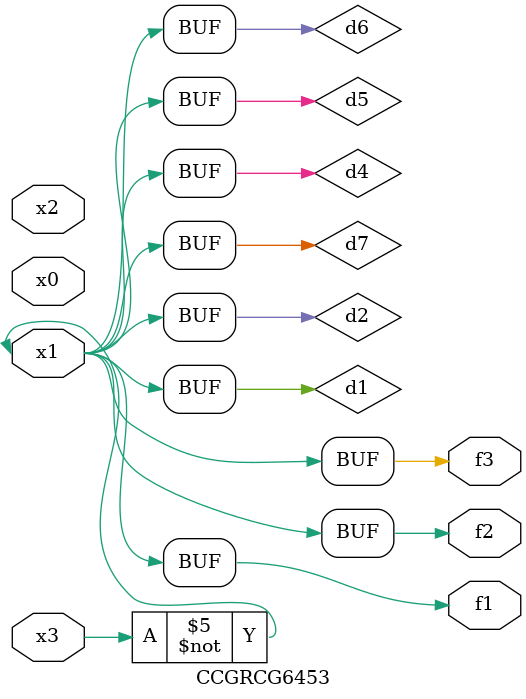
<source format=v>
module CCGRCG6453(
	input x0, x1, x2, x3,
	output f1, f2, f3
);

	wire d1, d2, d3, d4, d5, d6, d7;

	not (d1, x3);
	buf (d2, x1);
	xnor (d3, d1, d2);
	nor (d4, d1);
	buf (d5, d1, d2);
	buf (d6, d4, d5);
	nand (d7, d4);
	assign f1 = d6;
	assign f2 = d7;
	assign f3 = d6;
endmodule

</source>
